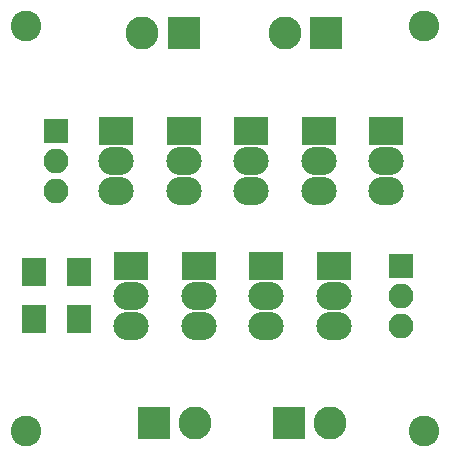
<source format=gbr>
G04 #@! TF.FileFunction,Soldermask,Top*
%FSLAX46Y46*%
G04 Gerber Fmt 4.6, Leading zero omitted, Abs format (unit mm)*
G04 Created by KiCad (PCBNEW 4.0.7) date 04/10/18 14:29:16*
%MOMM*%
%LPD*%
G01*
G04 APERTURE LIST*
%ADD10C,0.100000*%
%ADD11R,2.100000X2.400000*%
%ADD12R,3.000000X2.400000*%
%ADD13O,3.000000X2.400000*%
%ADD14R,2.100000X2.100000*%
%ADD15O,2.100000X2.100000*%
%ADD16C,2.800000*%
%ADD17R,2.800000X2.800000*%
%ADD18C,2.600000*%
G04 APERTURE END LIST*
D10*
D11*
X116205000Y-87090000D03*
X116205000Y-83090000D03*
D12*
X119380000Y-71120000D03*
D13*
X119380000Y-73660000D03*
X119380000Y-76200000D03*
D12*
X130810000Y-71120000D03*
D13*
X130810000Y-73660000D03*
X130810000Y-76200000D03*
D14*
X114300000Y-71120000D03*
D15*
X114300000Y-73660000D03*
X114300000Y-76200000D03*
D14*
X143510000Y-82550000D03*
D15*
X143510000Y-85090000D03*
X143510000Y-87630000D03*
D12*
X125095000Y-71120000D03*
D13*
X125095000Y-73660000D03*
X125095000Y-76200000D03*
D12*
X142240000Y-71120000D03*
D13*
X142240000Y-73660000D03*
X142240000Y-76200000D03*
D12*
X136525000Y-71120000D03*
D13*
X136525000Y-73660000D03*
X136525000Y-76200000D03*
D11*
X112395000Y-87090000D03*
X112395000Y-83090000D03*
D12*
X132080000Y-82550000D03*
D13*
X132080000Y-85090000D03*
X132080000Y-87630000D03*
D12*
X137795000Y-82550000D03*
D13*
X137795000Y-85090000D03*
X137795000Y-87630000D03*
D12*
X120650000Y-82550000D03*
D13*
X120650000Y-85090000D03*
X120650000Y-87630000D03*
D12*
X126365000Y-82550000D03*
D13*
X126365000Y-85090000D03*
X126365000Y-87630000D03*
D16*
X137485000Y-95885000D03*
D17*
X133985000Y-95885000D03*
D16*
X126055000Y-95885000D03*
D17*
X122555000Y-95885000D03*
D16*
X121595000Y-62865000D03*
D17*
X125095000Y-62865000D03*
D16*
X133660000Y-62865000D03*
D17*
X137160000Y-62865000D03*
D18*
X145415000Y-62230000D03*
X111760000Y-62230000D03*
X111760000Y-96520000D03*
X145415000Y-96520000D03*
M02*

</source>
